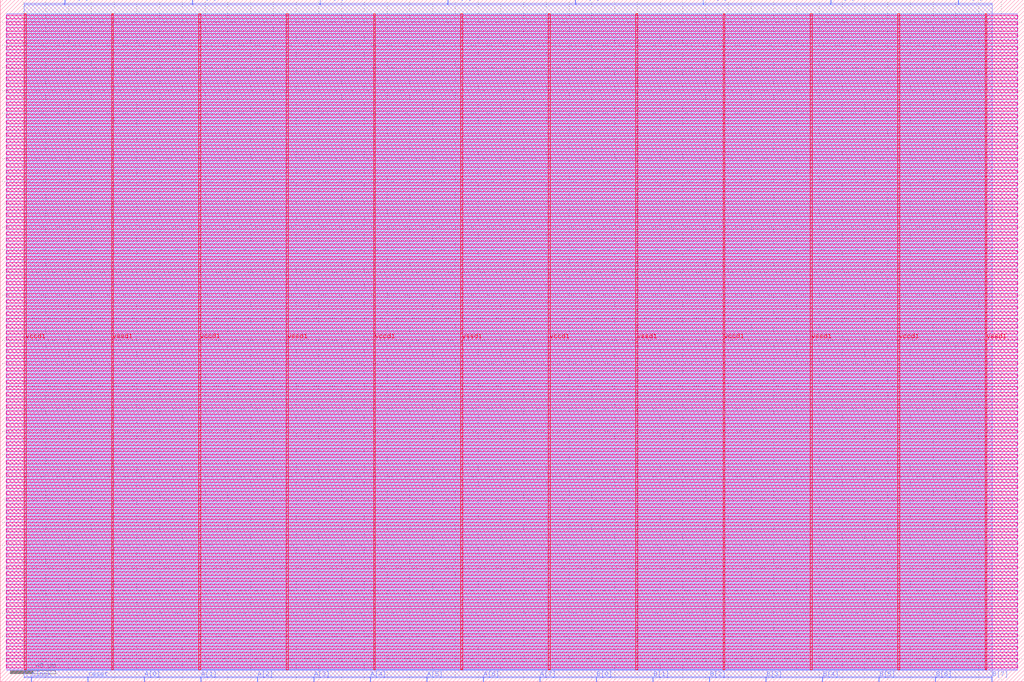
<source format=lef>
VERSION 5.7 ;
  NOWIREEXTENSIONATPIN ON ;
  DIVIDERCHAR "/" ;
  BUSBITCHARS "[]" ;
MACRO user_proj_example
  CLASS BLOCK ;
  FOREIGN user_proj_example ;
  ORIGIN 0.000 0.000 ;
  SIZE 900.000 BY 600.000 ;
  PIN A[0]
    DIRECTION INPUT ;
    USE SIGNAL ;
    PORT
      LAYER met2 ;
        RECT 126.590 0.000 126.870 4.000 ;
    END
  END A[0]
  PIN A[1]
    DIRECTION INPUT ;
    USE SIGNAL ;
    PORT
      LAYER met2 ;
        RECT 176.270 0.000 176.550 4.000 ;
    END
  END A[1]
  PIN A[2]
    DIRECTION INPUT ;
    USE SIGNAL ;
    PORT
      LAYER met2 ;
        RECT 225.950 0.000 226.230 4.000 ;
    END
  END A[2]
  PIN A[3]
    DIRECTION INPUT ;
    USE SIGNAL ;
    PORT
      LAYER met2 ;
        RECT 275.630 0.000 275.910 4.000 ;
    END
  END A[3]
  PIN A[4]
    DIRECTION INPUT ;
    USE SIGNAL ;
    PORT
      LAYER met2 ;
        RECT 325.310 0.000 325.590 4.000 ;
    END
  END A[4]
  PIN A[5]
    DIRECTION INPUT ;
    USE SIGNAL ;
    PORT
      LAYER met2 ;
        RECT 374.990 0.000 375.270 4.000 ;
    END
  END A[5]
  PIN A[6]
    DIRECTION INPUT ;
    USE SIGNAL ;
    PORT
      LAYER met2 ;
        RECT 424.670 0.000 424.950 4.000 ;
    END
  END A[6]
  PIN A[7]
    DIRECTION INPUT ;
    USE SIGNAL ;
    PORT
      LAYER met2 ;
        RECT 474.350 0.000 474.630 4.000 ;
    END
  END A[7]
  PIN B[0]
    DIRECTION INPUT ;
    USE SIGNAL ;
    PORT
      LAYER met2 ;
        RECT 524.030 0.000 524.310 4.000 ;
    END
  END B[0]
  PIN B[1]
    DIRECTION INPUT ;
    USE SIGNAL ;
    PORT
      LAYER met2 ;
        RECT 573.710 0.000 573.990 4.000 ;
    END
  END B[1]
  PIN B[2]
    DIRECTION INPUT ;
    USE SIGNAL ;
    PORT
      LAYER met2 ;
        RECT 623.390 0.000 623.670 4.000 ;
    END
  END B[2]
  PIN B[3]
    DIRECTION INPUT ;
    USE SIGNAL ;
    PORT
      LAYER met2 ;
        RECT 673.070 0.000 673.350 4.000 ;
    END
  END B[3]
  PIN B[4]
    DIRECTION INPUT ;
    USE SIGNAL ;
    PORT
      LAYER met2 ;
        RECT 722.750 0.000 723.030 4.000 ;
    END
  END B[4]
  PIN B[5]
    DIRECTION INPUT ;
    USE SIGNAL ;
    PORT
      LAYER met2 ;
        RECT 772.430 0.000 772.710 4.000 ;
    END
  END B[5]
  PIN B[6]
    DIRECTION INPUT ;
    USE SIGNAL ;
    PORT
      LAYER met2 ;
        RECT 822.110 0.000 822.390 4.000 ;
    END
  END B[6]
  PIN B[7]
    DIRECTION INPUT ;
    USE SIGNAL ;
    PORT
      LAYER met2 ;
        RECT 871.790 0.000 872.070 4.000 ;
    END
  END B[7]
  PIN clock
    DIRECTION INPUT ;
    USE SIGNAL ;
    PORT
      LAYER met2 ;
        RECT 27.230 0.000 27.510 4.000 ;
    END
  END clock
  PIN reset
    DIRECTION INPUT ;
    USE SIGNAL ;
    PORT
      LAYER met2 ;
        RECT 76.910 0.000 77.190 4.000 ;
    END
  END reset
  PIN sum[0]
    DIRECTION OUTPUT TRISTATE ;
    USE SIGNAL ;
    PORT
      LAYER met2 ;
        RECT 56.670 596.000 56.950 600.000 ;
    END
  END sum[0]
  PIN sum[1]
    DIRECTION OUTPUT TRISTATE ;
    USE SIGNAL ;
    PORT
      LAYER met2 ;
        RECT 168.910 596.000 169.190 600.000 ;
    END
  END sum[1]
  PIN sum[2]
    DIRECTION OUTPUT TRISTATE ;
    USE SIGNAL ;
    PORT
      LAYER met2 ;
        RECT 281.150 596.000 281.430 600.000 ;
    END
  END sum[2]
  PIN sum[3]
    DIRECTION OUTPUT TRISTATE ;
    USE SIGNAL ;
    PORT
      LAYER met2 ;
        RECT 393.390 596.000 393.670 600.000 ;
    END
  END sum[3]
  PIN sum[4]
    DIRECTION OUTPUT TRISTATE ;
    USE SIGNAL ;
    PORT
      LAYER met2 ;
        RECT 505.630 596.000 505.910 600.000 ;
    END
  END sum[4]
  PIN sum[5]
    DIRECTION OUTPUT TRISTATE ;
    USE SIGNAL ;
    PORT
      LAYER met2 ;
        RECT 617.870 596.000 618.150 600.000 ;
    END
  END sum[5]
  PIN sum[6]
    DIRECTION OUTPUT TRISTATE ;
    USE SIGNAL ;
    PORT
      LAYER met2 ;
        RECT 730.110 596.000 730.390 600.000 ;
    END
  END sum[6]
  PIN sum[7]
    DIRECTION OUTPUT TRISTATE ;
    USE SIGNAL ;
    PORT
      LAYER met2 ;
        RECT 842.350 596.000 842.630 600.000 ;
    END
  END sum[7]
  PIN vccd1
    DIRECTION INOUT ;
    USE POWER ;
    PORT
      LAYER met4 ;
        RECT 21.040 10.640 22.640 587.760 ;
    END
    PORT
      LAYER met4 ;
        RECT 174.640 10.640 176.240 587.760 ;
    END
    PORT
      LAYER met4 ;
        RECT 328.240 10.640 329.840 587.760 ;
    END
    PORT
      LAYER met4 ;
        RECT 481.840 10.640 483.440 587.760 ;
    END
    PORT
      LAYER met4 ;
        RECT 635.440 10.640 637.040 587.760 ;
    END
    PORT
      LAYER met4 ;
        RECT 789.040 10.640 790.640 587.760 ;
    END
  END vccd1
  PIN vssd1
    DIRECTION INOUT ;
    USE GROUND ;
    PORT
      LAYER met4 ;
        RECT 97.840 10.640 99.440 587.760 ;
    END
    PORT
      LAYER met4 ;
        RECT 251.440 10.640 253.040 587.760 ;
    END
    PORT
      LAYER met4 ;
        RECT 405.040 10.640 406.640 587.760 ;
    END
    PORT
      LAYER met4 ;
        RECT 558.640 10.640 560.240 587.760 ;
    END
    PORT
      LAYER met4 ;
        RECT 712.240 10.640 713.840 587.760 ;
    END
    PORT
      LAYER met4 ;
        RECT 865.840 10.640 867.440 587.760 ;
    END
  END vssd1
  OBS
      LAYER nwell ;
        RECT 5.330 583.385 894.430 586.215 ;
        RECT 5.330 577.945 894.430 580.775 ;
        RECT 5.330 572.505 894.430 575.335 ;
        RECT 5.330 567.065 894.430 569.895 ;
        RECT 5.330 561.625 894.430 564.455 ;
        RECT 5.330 556.185 894.430 559.015 ;
        RECT 5.330 550.745 894.430 553.575 ;
        RECT 5.330 545.305 894.430 548.135 ;
        RECT 5.330 539.865 894.430 542.695 ;
        RECT 5.330 534.425 894.430 537.255 ;
        RECT 5.330 528.985 894.430 531.815 ;
        RECT 5.330 523.545 894.430 526.375 ;
        RECT 5.330 518.105 894.430 520.935 ;
        RECT 5.330 512.665 894.430 515.495 ;
        RECT 5.330 507.225 894.430 510.055 ;
        RECT 5.330 501.785 894.430 504.615 ;
        RECT 5.330 496.345 894.430 499.175 ;
        RECT 5.330 490.905 894.430 493.735 ;
        RECT 5.330 485.465 894.430 488.295 ;
        RECT 5.330 480.025 894.430 482.855 ;
        RECT 5.330 474.585 894.430 477.415 ;
        RECT 5.330 469.145 894.430 471.975 ;
        RECT 5.330 463.705 894.430 466.535 ;
        RECT 5.330 458.265 894.430 461.095 ;
        RECT 5.330 452.825 894.430 455.655 ;
        RECT 5.330 447.385 894.430 450.215 ;
        RECT 5.330 441.945 894.430 444.775 ;
        RECT 5.330 436.505 894.430 439.335 ;
        RECT 5.330 431.065 894.430 433.895 ;
        RECT 5.330 425.625 894.430 428.455 ;
        RECT 5.330 420.185 894.430 423.015 ;
        RECT 5.330 414.745 894.430 417.575 ;
        RECT 5.330 409.305 894.430 412.135 ;
        RECT 5.330 403.865 894.430 406.695 ;
        RECT 5.330 398.425 894.430 401.255 ;
        RECT 5.330 392.985 894.430 395.815 ;
        RECT 5.330 387.545 894.430 390.375 ;
        RECT 5.330 382.105 894.430 384.935 ;
        RECT 5.330 376.665 894.430 379.495 ;
        RECT 5.330 371.225 894.430 374.055 ;
        RECT 5.330 365.785 894.430 368.615 ;
        RECT 5.330 360.345 894.430 363.175 ;
        RECT 5.330 354.905 894.430 357.735 ;
        RECT 5.330 349.465 894.430 352.295 ;
        RECT 5.330 344.025 894.430 346.855 ;
        RECT 5.330 338.585 894.430 341.415 ;
        RECT 5.330 333.145 894.430 335.975 ;
        RECT 5.330 327.705 894.430 330.535 ;
        RECT 5.330 322.265 894.430 325.095 ;
        RECT 5.330 316.825 894.430 319.655 ;
        RECT 5.330 311.385 894.430 314.215 ;
        RECT 5.330 305.945 894.430 308.775 ;
        RECT 5.330 300.505 894.430 303.335 ;
        RECT 5.330 295.065 894.430 297.895 ;
        RECT 5.330 289.625 894.430 292.455 ;
        RECT 5.330 284.185 894.430 287.015 ;
        RECT 5.330 278.745 894.430 281.575 ;
        RECT 5.330 273.305 894.430 276.135 ;
        RECT 5.330 267.865 894.430 270.695 ;
        RECT 5.330 262.425 894.430 265.255 ;
        RECT 5.330 256.985 894.430 259.815 ;
        RECT 5.330 251.545 894.430 254.375 ;
        RECT 5.330 246.105 894.430 248.935 ;
        RECT 5.330 240.665 894.430 243.495 ;
        RECT 5.330 235.225 894.430 238.055 ;
        RECT 5.330 229.785 894.430 232.615 ;
        RECT 5.330 224.345 894.430 227.175 ;
        RECT 5.330 218.905 894.430 221.735 ;
        RECT 5.330 213.465 894.430 216.295 ;
        RECT 5.330 208.025 894.430 210.855 ;
        RECT 5.330 202.585 894.430 205.415 ;
        RECT 5.330 197.145 894.430 199.975 ;
        RECT 5.330 191.705 894.430 194.535 ;
        RECT 5.330 186.265 894.430 189.095 ;
        RECT 5.330 180.825 894.430 183.655 ;
        RECT 5.330 175.385 894.430 178.215 ;
        RECT 5.330 169.945 894.430 172.775 ;
        RECT 5.330 164.505 894.430 167.335 ;
        RECT 5.330 159.065 894.430 161.895 ;
        RECT 5.330 153.625 894.430 156.455 ;
        RECT 5.330 148.185 894.430 151.015 ;
        RECT 5.330 142.745 894.430 145.575 ;
        RECT 5.330 137.305 894.430 140.135 ;
        RECT 5.330 131.865 894.430 134.695 ;
        RECT 5.330 126.425 894.430 129.255 ;
        RECT 5.330 120.985 894.430 123.815 ;
        RECT 5.330 115.545 894.430 118.375 ;
        RECT 5.330 110.105 894.430 112.935 ;
        RECT 5.330 104.665 894.430 107.495 ;
        RECT 5.330 99.225 894.430 102.055 ;
        RECT 5.330 93.785 894.430 96.615 ;
        RECT 5.330 88.345 894.430 91.175 ;
        RECT 5.330 82.905 894.430 85.735 ;
        RECT 5.330 77.465 894.430 80.295 ;
        RECT 5.330 72.025 894.430 74.855 ;
        RECT 5.330 66.585 894.430 69.415 ;
        RECT 5.330 61.145 894.430 63.975 ;
        RECT 5.330 55.705 894.430 58.535 ;
        RECT 5.330 50.265 894.430 53.095 ;
        RECT 5.330 44.825 894.430 47.655 ;
        RECT 5.330 39.385 894.430 42.215 ;
        RECT 5.330 33.945 894.430 36.775 ;
        RECT 5.330 28.505 894.430 31.335 ;
        RECT 5.330 23.065 894.430 25.895 ;
        RECT 5.330 17.625 894.430 20.455 ;
        RECT 5.330 12.185 894.430 15.015 ;
      LAYER li1 ;
        RECT 5.520 10.795 894.240 587.605 ;
      LAYER met1 ;
        RECT 5.520 10.240 894.240 587.760 ;
      LAYER met2 ;
        RECT 21.070 595.720 56.390 596.770 ;
        RECT 57.230 595.720 168.630 596.770 ;
        RECT 169.470 595.720 280.870 596.770 ;
        RECT 281.710 595.720 393.110 596.770 ;
        RECT 393.950 595.720 505.350 596.770 ;
        RECT 506.190 595.720 617.590 596.770 ;
        RECT 618.430 595.720 729.830 596.770 ;
        RECT 730.670 595.720 842.070 596.770 ;
        RECT 842.910 595.720 872.060 596.770 ;
        RECT 21.070 4.280 872.060 595.720 ;
        RECT 21.070 3.670 26.950 4.280 ;
        RECT 27.790 3.670 76.630 4.280 ;
        RECT 77.470 3.670 126.310 4.280 ;
        RECT 127.150 3.670 175.990 4.280 ;
        RECT 176.830 3.670 225.670 4.280 ;
        RECT 226.510 3.670 275.350 4.280 ;
        RECT 276.190 3.670 325.030 4.280 ;
        RECT 325.870 3.670 374.710 4.280 ;
        RECT 375.550 3.670 424.390 4.280 ;
        RECT 425.230 3.670 474.070 4.280 ;
        RECT 474.910 3.670 523.750 4.280 ;
        RECT 524.590 3.670 573.430 4.280 ;
        RECT 574.270 3.670 623.110 4.280 ;
        RECT 623.950 3.670 672.790 4.280 ;
        RECT 673.630 3.670 722.470 4.280 ;
        RECT 723.310 3.670 772.150 4.280 ;
        RECT 772.990 3.670 821.830 4.280 ;
        RECT 822.670 3.670 871.510 4.280 ;
      LAYER met3 ;
        RECT 21.050 10.715 867.430 587.685 ;
  END
END user_proj_example
END LIBRARY


</source>
